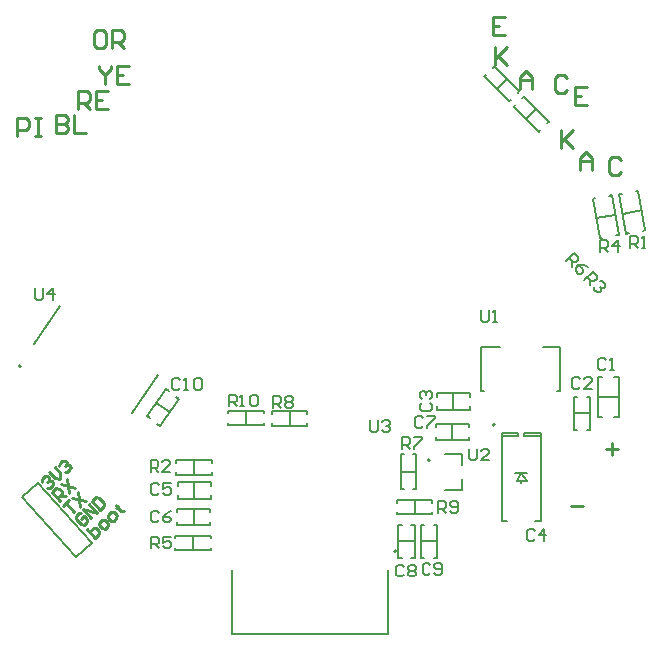
<source format=gto>
G04*
G04 #@! TF.GenerationSoftware,Altium Limited,Altium Designer,22.7.1 (60)*
G04*
G04 Layer_Color=65535*
%FSLAX44Y44*%
%MOMM*%
G71*
G04*
G04 #@! TF.SameCoordinates,B1D2CE6E-9D4F-4FB7-BF96-633E019B2C5D*
G04*
G04*
G04 #@! TF.FilePolarity,Positive*
G04*
G01*
G75*
%ADD12C,0.2000*%
%ADD32C,0.2500*%
%ADD45C,0.1500*%
%ADD46C,0.1270*%
%ADD47C,0.2540*%
D12*
X454063Y190480D02*
G03*
X454063Y190480I-1000J0D01*
G01*
X399213Y160510D02*
G03*
X399213Y160510I-1000J0D01*
G01*
X370713Y83511D02*
G03*
X370713Y83511I-1000J0D01*
G01*
X52931Y240170D02*
G03*
X52931Y240170I-1000J0D01*
G01*
X476463Y140760D02*
Y142760D01*
Y149760D02*
Y150760D01*
X472463Y142760D02*
X481463D01*
X476463Y149760D02*
X481463Y142760D01*
X472463D02*
X476463Y149760D01*
X471463D02*
X481463D01*
X479003Y183260D02*
X492973D01*
Y108930D02*
Y183260D01*
X479003Y181320D02*
Y183260D01*
Y181320D02*
X492973D01*
X459953D02*
X473923D01*
Y183260D01*
X488213Y108930D02*
X492973D01*
X459953Y183260D02*
X473923D01*
X459953Y108930D02*
X464713D01*
X459953D02*
Y183260D01*
X53506Y129302D02*
X99543Y78174D01*
X53506Y129302D02*
X66883Y141347D01*
X112919Y90218D01*
X99543Y78174D02*
X112919Y90218D01*
X228717Y206012D02*
Y216009D01*
X233715D01*
X235382Y214343D01*
Y211010D01*
X233715Y209344D01*
X228717D01*
X232049D02*
X235382Y206012D01*
X238714D02*
X242046D01*
X240380D01*
Y216009D01*
X238714Y214343D01*
X247044D02*
X248710Y216009D01*
X252043D01*
X253709Y214343D01*
Y207678D01*
X252043Y206012D01*
X248710D01*
X247044Y207678D01*
Y214343D01*
X266382Y204762D02*
Y214759D01*
X271381D01*
X273047Y213093D01*
Y209760D01*
X271381Y208094D01*
X266382D01*
X269715D02*
X273047Y204762D01*
X276379Y213093D02*
X278045Y214759D01*
X281378D01*
X283044Y213093D01*
Y211427D01*
X281378Y209760D01*
X283044Y208094D01*
Y206428D01*
X281378Y204762D01*
X278045D01*
X276379Y206428D01*
Y208094D01*
X278045Y209760D01*
X276379Y211427D01*
Y213093D01*
X278045Y209760D02*
X281378D01*
X393297Y196343D02*
X391631Y198009D01*
X388298D01*
X386632Y196343D01*
Y189678D01*
X388298Y188012D01*
X391631D01*
X393297Y189678D01*
X396629Y198009D02*
X403294D01*
Y196343D01*
X396629Y189678D01*
Y188012D01*
X526047Y229343D02*
X524381Y231009D01*
X521048D01*
X519382Y229343D01*
Y222678D01*
X521048Y221012D01*
X524381D01*
X526047Y222678D01*
X536044Y221012D02*
X529379D01*
X536044Y227677D01*
Y229343D01*
X534378Y231009D01*
X531045D01*
X529379Y229343D01*
X348632Y194759D02*
Y186428D01*
X350298Y184762D01*
X353631D01*
X355297Y186428D01*
Y194759D01*
X358629Y193093D02*
X360295Y194759D01*
X363628D01*
X365294Y193093D01*
Y191427D01*
X363628Y189760D01*
X361961D01*
X363628D01*
X365294Y188094D01*
Y186428D01*
X363628Y184762D01*
X360295D01*
X358629Y186428D01*
X187631Y228593D02*
X185965Y230259D01*
X182633D01*
X180967Y228593D01*
Y221928D01*
X182633Y220262D01*
X185965D01*
X187631Y221928D01*
X190964Y220262D02*
X194296D01*
X192630D01*
Y230259D01*
X190964Y228593D01*
X199294D02*
X200961Y230259D01*
X204293D01*
X205959Y228593D01*
Y221928D01*
X204293Y220262D01*
X200961D01*
X199294Y221928D01*
Y228593D01*
X529788Y313117D02*
X536857Y320186D01*
X540391Y316651D01*
Y314295D01*
X538035Y311939D01*
X535678D01*
X532144Y315473D01*
X534500Y313117D02*
Y308404D01*
X542747Y311939D02*
X545104D01*
X547460Y309582D01*
X547460Y307226D01*
X546282Y306048D01*
X543926D01*
X542747Y307226D01*
X543926Y306048D01*
X543926Y303692D01*
X542747Y302514D01*
X540391D01*
X538035Y304870D01*
Y307226D01*
X543382Y336512D02*
Y346509D01*
X548381D01*
X550047Y344843D01*
Y341510D01*
X548381Y339844D01*
X543382D01*
X546715D02*
X550047Y336512D01*
X558377D02*
Y346509D01*
X553379Y341510D01*
X560044D01*
X163132Y85762D02*
Y95759D01*
X168131D01*
X169797Y94093D01*
Y90760D01*
X168131Y89094D01*
X163132D01*
X166465D02*
X169797Y85762D01*
X179794Y95759D02*
X173129D01*
Y90760D01*
X176461Y92427D01*
X178127D01*
X179794Y90760D01*
Y87428D01*
X178127Y85762D01*
X174795D01*
X173129Y87428D01*
X162632Y150262D02*
Y160259D01*
X167631D01*
X169297Y158593D01*
Y155260D01*
X167631Y153594D01*
X162632D01*
X165965D02*
X169297Y150262D01*
X179294D02*
X172629D01*
X179294Y156927D01*
Y158593D01*
X177628Y160259D01*
X174295D01*
X172629Y158593D01*
X514288Y329117D02*
X521357Y336185D01*
X524891Y332651D01*
Y330295D01*
X522535Y327939D01*
X520178D01*
X516644Y331473D01*
X519000Y329117D02*
Y324404D01*
X533138D02*
X529604Y325582D01*
X524891D01*
X522535Y323226D01*
Y320870D01*
X524891Y318514D01*
X527247D01*
X528425Y319692D01*
X528425Y322048D01*
X524891Y325582D01*
X568298Y340512D02*
Y350509D01*
X573297D01*
X574963Y348843D01*
Y345510D01*
X573297Y343844D01*
X568298D01*
X571631D02*
X574963Y340512D01*
X578295D02*
X581628D01*
X579961D01*
Y350509D01*
X578295Y348843D01*
X64882Y306009D02*
Y297678D01*
X66548Y296012D01*
X69881D01*
X71547Y297678D01*
Y306009D01*
X79878Y296012D02*
Y306009D01*
X74879Y301010D01*
X81544D01*
X432382Y170259D02*
Y161928D01*
X434048Y160262D01*
X437381D01*
X439047Y161928D01*
Y170259D01*
X449044Y160262D02*
X442379D01*
X449044Y166927D01*
Y168593D01*
X447378Y170259D01*
X444045D01*
X442379Y168593D01*
X442298Y287509D02*
Y279178D01*
X443965Y277512D01*
X447297D01*
X448963Y279178D01*
Y287509D01*
X452295Y277512D02*
X455628D01*
X453961D01*
Y287509D01*
X452295Y285843D01*
X406382Y115512D02*
Y125509D01*
X411381D01*
X413047Y123843D01*
Y120510D01*
X411381Y118844D01*
X406382D01*
X409715D02*
X413047Y115512D01*
X416379Y117178D02*
X418045Y115512D01*
X421377D01*
X423044Y117178D01*
Y123843D01*
X421377Y125509D01*
X418045D01*
X416379Y123843D01*
Y122177D01*
X418045Y120510D01*
X423044D01*
X375632Y169762D02*
Y179759D01*
X380631D01*
X382297Y178093D01*
Y174760D01*
X380631Y173094D01*
X375632D01*
X378965D02*
X382297Y169762D01*
X385629Y179759D02*
X392294D01*
Y178093D01*
X385629Y171428D01*
Y169762D01*
X399547Y71343D02*
X397881Y73009D01*
X394548D01*
X392882Y71343D01*
Y64678D01*
X394548Y63012D01*
X397881D01*
X399547Y64678D01*
X402879D02*
X404545Y63012D01*
X407878D01*
X409544Y64678D01*
Y71343D01*
X407878Y73009D01*
X404545D01*
X402879Y71343D01*
Y69676D01*
X404545Y68010D01*
X409544D01*
X377297Y70343D02*
X375631Y72009D01*
X372298D01*
X370632Y70343D01*
Y63678D01*
X372298Y62012D01*
X375631D01*
X377297Y63678D01*
X380629Y70343D02*
X382295Y72009D01*
X385628D01*
X387294Y70343D01*
Y68677D01*
X385628Y67010D01*
X387294Y65344D01*
Y63678D01*
X385628Y62012D01*
X382295D01*
X380629Y63678D01*
Y65344D01*
X382295Y67010D01*
X380629Y68677D01*
Y70343D01*
X382295Y67010D02*
X385628D01*
X169547Y116093D02*
X167881Y117759D01*
X164548D01*
X162882Y116093D01*
Y109428D01*
X164548Y107762D01*
X167881D01*
X169547Y109428D01*
X179544Y117759D02*
X176211Y116093D01*
X172879Y112760D01*
Y109428D01*
X174545Y107762D01*
X177878D01*
X179544Y109428D01*
Y111094D01*
X177878Y112760D01*
X172879D01*
X170047Y139343D02*
X168381Y141009D01*
X165048D01*
X163382Y139343D01*
Y132678D01*
X165048Y131012D01*
X168381D01*
X170047Y132678D01*
X180044Y141009D02*
X173379D01*
Y136010D01*
X176711Y137677D01*
X178377D01*
X180044Y136010D01*
Y132678D01*
X178377Y131012D01*
X175045D01*
X173379Y132678D01*
X392631Y208844D02*
X390965Y207178D01*
Y203846D01*
X392631Y202180D01*
X399295D01*
X400961Y203846D01*
Y207178D01*
X399295Y208844D01*
X392631Y212177D02*
X390965Y213843D01*
Y217175D01*
X392631Y218841D01*
X394297D01*
X395963Y217175D01*
Y215509D01*
Y217175D01*
X397629Y218841D01*
X399295D01*
X400961Y217175D01*
Y213843D01*
X399295Y212177D01*
X487797Y100593D02*
X486131Y102259D01*
X482799D01*
X481132Y100593D01*
Y93928D01*
X482799Y92262D01*
X486131D01*
X487797Y93928D01*
X496128Y92262D02*
Y102259D01*
X491129Y97260D01*
X497794D01*
X547963Y245343D02*
X546297Y247009D01*
X542965D01*
X541298Y245343D01*
Y238678D01*
X542965Y237012D01*
X546297D01*
X547963Y238678D01*
X551295Y237012D02*
X554627D01*
X552961D01*
Y247009D01*
X551295Y245343D01*
D32*
X108459Y102220D02*
X115148Y94791D01*
X118862Y98136D01*
X118986Y100489D01*
X117871Y101727D01*
X116756Y102965D01*
X114403Y103088D01*
X110688Y99744D01*
X123815Y102595D02*
X126292Y104825D01*
X126415Y107178D01*
X124185Y109654D01*
X121832Y109777D01*
X119356Y107548D01*
X119232Y105195D01*
X121462Y102718D01*
X123815Y102595D01*
X131244Y109284D02*
X133721Y111514D01*
X133844Y113867D01*
X131614Y116343D01*
X129261Y116467D01*
X126785Y114237D01*
X126662Y111884D01*
X128891Y109408D01*
X131244Y109284D01*
X133099Y122164D02*
X134214Y120926D01*
X132976Y119811D01*
X135452Y122041D01*
X134214Y120926D01*
X137558Y117212D01*
X139911Y117088D01*
X104026Y115441D02*
X101673Y115565D01*
X99197Y113335D01*
X99074Y110982D01*
X103533Y106029D01*
X105886Y105906D01*
X108363Y108136D01*
X108486Y110489D01*
X106256Y112965D01*
X103780Y110735D01*
X112077Y111480D02*
X105388Y118909D01*
X117030Y115940D01*
X110341Y123369D01*
X112817Y125598D02*
X119506Y118169D01*
X123221Y121514D01*
X123344Y123867D01*
X118884Y128820D01*
X116531Y128943D01*
X112817Y125598D01*
X88459Y121970D02*
X93412Y126430D01*
X90935Y124200D01*
X97624Y116771D01*
X95888Y128659D02*
X107530Y125690D01*
X100841Y133119D02*
X102577Y121230D01*
X85898Y125791D02*
X79209Y133220D01*
X82923Y136565D01*
X85276Y136441D01*
X87506Y133965D01*
X87383Y131612D01*
X83668Y128267D01*
X86145Y130497D02*
X90851Y130251D01*
X86638Y139909D02*
X98280Y136940D01*
X91591Y144369D02*
X93327Y132480D01*
X70574Y142232D02*
X70697Y144585D01*
X73173Y146815D01*
X75526Y146691D01*
X76641Y145453D01*
X76518Y143100D01*
X75280Y141985D01*
X76518Y143100D01*
X78871Y142977D01*
X79986Y141739D01*
X79862Y139386D01*
X77386Y137156D01*
X75033Y137279D01*
X76888Y150159D02*
X81347Y145207D01*
X86053Y144960D01*
X86300Y149666D01*
X81841Y154619D01*
X85432Y155610D02*
X85555Y157963D01*
X88031Y160193D01*
X90385Y160070D01*
X91499Y158832D01*
X91376Y156479D01*
X90138Y155364D01*
X91376Y156479D01*
X93729Y156355D01*
X94844Y155117D01*
X94721Y152764D01*
X92244Y150534D01*
X89891Y150658D01*
D45*
X167479Y209025D02*
X178947Y200995D01*
X184520Y214184D02*
X186977Y212463D01*
X170917Y189527D02*
X186977Y212463D01*
X168459Y191248D02*
X170917Y189527D01*
X159449Y197557D02*
X161906Y195837D01*
X159449Y197557D02*
X175509Y220494D01*
X177966Y218773D01*
X280463Y189760D02*
Y201761D01*
X265463Y189760D02*
X295463D01*
X265463D02*
Y191680D01*
X295463Y189760D02*
Y191680D01*
Y199840D02*
Y201761D01*
X265463D02*
X295463D01*
X265463Y199840D02*
Y201761D01*
X243463Y190260D02*
Y202260D01*
X228463D02*
X258463D01*
Y200340D02*
Y202260D01*
X228463Y200340D02*
Y202260D01*
Y190260D02*
Y192180D01*
Y190260D02*
X258463D01*
Y192180D01*
X466327Y464411D02*
X467685Y465769D01*
X445114Y485624D02*
X466327Y464411D01*
X445114Y485624D02*
X446471Y486982D01*
X452241Y492752D02*
X453599Y494110D01*
X473455Y471539D02*
X474812Y472896D01*
X453599Y494110D02*
X474812Y472896D01*
X455720Y475018D02*
X464206Y483503D01*
X477241Y466752D02*
X478599Y468110D01*
X499812Y446897D01*
X498455Y445539D02*
X499812Y446897D01*
X491327Y438411D02*
X492685Y439769D01*
X470114Y459624D02*
X471471Y460982D01*
X470114Y459624D02*
X491327Y438411D01*
X480720Y449018D02*
X489206Y457503D01*
X562584Y369121D02*
X578341Y371900D01*
X565536Y352379D02*
X567506Y352727D01*
X559632Y385863D02*
X565536Y352379D01*
X559632Y385863D02*
X561602Y386210D01*
X579324Y354811D02*
X581293Y355158D01*
X575389Y388641D02*
X581293Y355158D01*
X573420Y388294D02*
X575389Y388641D01*
X540084Y365121D02*
X555841Y367900D01*
X543036Y348380D02*
X545006Y348727D01*
X537132Y381863D02*
X543036Y348380D01*
X537132Y381863D02*
X539102Y382210D01*
X556824Y350811D02*
X558793Y351158D01*
X552889Y384641D02*
X558793Y351158D01*
X550920Y384294D02*
X552889Y384641D01*
X541213Y214260D02*
X559213D01*
X555213Y197260D02*
X559213D01*
Y231260D01*
X555213D02*
X559213D01*
X541213D02*
X545213D01*
X541213Y197260D02*
Y231260D01*
Y197260D02*
X545213D01*
X520713Y200010D02*
X534713D01*
X531713Y214010D02*
X534713D01*
Y186010D02*
Y214010D01*
X531713Y186010D02*
X534713D01*
X520713D02*
X523713D01*
X520713D02*
Y214010D01*
X523713D01*
X418963Y203010D02*
Y217010D01*
X404963Y214010D02*
Y217010D01*
X432963D01*
Y214010D02*
Y217010D01*
Y203010D02*
Y206010D01*
X404963Y203010D02*
X432963D01*
X404963D02*
Y206010D01*
X418213Y177260D02*
Y191261D01*
X404213Y188260D02*
Y191261D01*
X432213D01*
Y188260D02*
Y191261D01*
Y177260D02*
Y180260D01*
X404213Y177260D02*
X432213D01*
X404213D02*
Y180260D01*
X385043Y165760D02*
X386963D01*
Y135760D02*
Y165760D01*
X385043Y135760D02*
X386963D01*
X374963D02*
X376883D01*
X374963Y165760D02*
X376883D01*
X374963Y135760D02*
Y165760D01*
Y150760D02*
X386963D01*
X371213Y124590D02*
Y126510D01*
X401213D01*
Y124590D02*
Y126510D01*
Y114510D02*
Y116430D01*
X371213Y114510D02*
Y116430D01*
Y114510D02*
X401213D01*
X386213D02*
Y126510D01*
X383463Y77760D02*
X386463D01*
Y105760D01*
X383463D02*
X386463D01*
X372463D02*
X375463D01*
X372463Y77760D02*
Y105760D01*
Y77760D02*
X375463D01*
X372463Y91760D02*
X386463D01*
X402463Y78010D02*
X405463D01*
Y106010D01*
X402463D02*
X405463D01*
X391463D02*
X394463D01*
X391463Y78010D02*
Y106010D01*
Y78010D02*
X394463D01*
X391463Y92010D02*
X405463D01*
X184463Y158341D02*
Y160261D01*
X214463D01*
Y158341D02*
Y160261D01*
Y148260D02*
Y150180D01*
X184463Y148260D02*
Y150180D01*
Y148260D02*
X214463D01*
X199463D02*
Y160261D01*
X185463Y128010D02*
Y131011D01*
Y128010D02*
X213463D01*
Y131011D01*
Y139010D02*
Y142010D01*
X185463D02*
X213463D01*
X185463Y139010D02*
Y142010D01*
X199463Y128010D02*
Y142010D01*
X183463Y94590D02*
Y96510D01*
X213463D01*
Y94590D02*
Y96510D01*
Y84510D02*
Y86430D01*
X183463Y84510D02*
Y86430D01*
Y84510D02*
X213463D01*
X198463D02*
Y96510D01*
X198963Y105260D02*
Y119260D01*
X184963Y116260D02*
Y119260D01*
X212963D01*
Y116260D02*
Y119260D01*
Y105260D02*
Y108260D01*
X184963Y105260D02*
X212963D01*
X184963D02*
Y108260D01*
D46*
X442363Y218911D02*
Y256110D01*
X509563Y218911D02*
Y256110D01*
X442363Y218911D02*
X444963D01*
X507063D02*
X509563D01*
X494663Y256110D02*
X509563D01*
X442363D02*
X458363D01*
X412213Y166110D02*
X426213D01*
X412213Y134910D02*
X426213D01*
Y156710D02*
Y166110D01*
Y134910D02*
Y144311D01*
X231213Y13510D02*
X363213D01*
Y67311D01*
X231213Y13510D02*
Y67311D01*
X63538Y258839D02*
X85908Y290786D01*
X146518Y200735D02*
X168888Y232682D01*
D47*
X518503Y122050D02*
X528660D01*
X548253Y170129D02*
X558410D01*
X553331Y175207D02*
Y165050D01*
X561198Y415008D02*
X558659Y417547D01*
X553581D01*
X551041Y415008D01*
Y404851D01*
X553581Y402312D01*
X558659D01*
X561198Y404851D01*
X526253Y406300D02*
Y416457D01*
X531331Y421535D01*
X536410Y416457D01*
Y406300D01*
Y413918D01*
X526253D01*
X510253Y440036D02*
Y424800D01*
Y429879D01*
X520410Y440036D01*
X512792Y432418D01*
X520410Y424800D01*
X531910Y476535D02*
X521753D01*
Y461300D01*
X531910D01*
X521753Y468918D02*
X526831D01*
X462829Y535658D02*
X452673D01*
Y520422D01*
X462829D01*
X452673Y528040D02*
X457751D01*
X454253Y510036D02*
Y494800D01*
Y499879D01*
X464410Y510036D01*
X456792Y502418D01*
X464410Y494800D01*
X475253Y474550D02*
Y484707D01*
X480331Y489785D01*
X485410Y484707D01*
Y474550D01*
Y482168D01*
X475253D01*
X515410Y483996D02*
X512870Y486535D01*
X507792D01*
X505253Y483996D01*
Y473840D01*
X507792Y471300D01*
X512870D01*
X515410Y473840D01*
X49753Y434550D02*
Y449785D01*
X57371D01*
X59910Y447246D01*
Y442168D01*
X57371Y439629D01*
X49753D01*
X64988Y449785D02*
X70066D01*
X67527D01*
Y434550D01*
X64988D01*
X70066D01*
X82753Y452536D02*
Y437300D01*
X90371D01*
X92910Y439840D01*
Y442379D01*
X90371Y444918D01*
X82753D01*
X90371D01*
X92910Y447457D01*
Y449996D01*
X90371Y452536D01*
X82753D01*
X97988D02*
Y437300D01*
X108145D01*
X101503Y457550D02*
Y472785D01*
X109121D01*
X111660Y470246D01*
Y465168D01*
X109121Y462629D01*
X101503D01*
X106581D02*
X111660Y457550D01*
X126895Y472785D02*
X116738D01*
Y457550D01*
X126895D01*
X116738Y465168D02*
X121816D01*
X118753Y494286D02*
Y491746D01*
X123831Y486668D01*
X128910Y491746D01*
Y494286D01*
X123831Y486668D02*
Y479050D01*
X144145Y494286D02*
X133988D01*
Y479050D01*
X144145D01*
X133988Y486668D02*
X139066D01*
X122371Y524535D02*
X117292D01*
X114753Y521996D01*
Y511840D01*
X117292Y509300D01*
X122371D01*
X124910Y511840D01*
Y521996D01*
X122371Y524535D01*
X129988Y509300D02*
Y524535D01*
X137605D01*
X140145Y521996D01*
Y516918D01*
X137605Y514379D01*
X129988D01*
X135066D02*
X140145Y509300D01*
M02*

</source>
